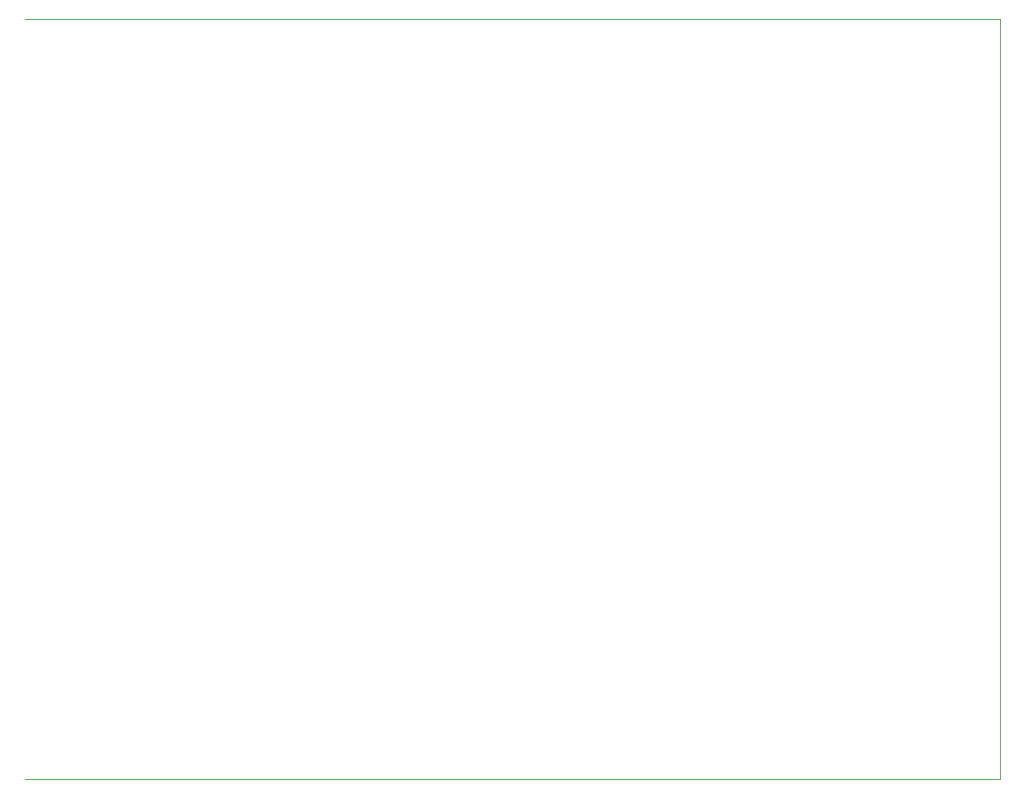
<source format=gbr>
From 16328e97230f0b991659d14151bc995274250b1c Mon Sep 17 00:00:00 2001
From: jaseg <git@jaseg.net>
Date: Thu, 20 Jul 2017 16:05:07 +0200
Subject: Second board revision

---
 hw/chibi/chibi_2024/gerbers/chibi_2024-Edge.Cuts.gbr | 6 +++---
 1 file changed, 3 insertions(+), 3 deletions(-)

(limited to 'hw/chibi/chibi_2024/gerbers/chibi_2024-Edge.Cuts.gbr')

diff --git a/hw/chibi/chibi_2024/gerbers/chibi_2024-Edge.Cuts.gbr b/hw/chibi/chibi_2024/gerbers/chibi_2024-Edge.Cuts.gbr
index 5851ff3..0bbb7cc 100644
--- a/hw/chibi/chibi_2024/gerbers/chibi_2024-Edge.Cuts.gbr
+++ b/hw/chibi/chibi_2024/gerbers/chibi_2024-Edge.Cuts.gbr
@@ -1,7 +1,7 @@
 G04 #@! TF.FileFunction,Profile,NP*
 %FSLAX46Y46*%
 G04 Gerber Fmt 4.6, Leading zero omitted, Abs format (unit mm)*
-G04 Created by KiCad (PCBNEW 4.0.4-1.fc24-product) date Wed May 17 21:12:50 2017*
+G04 Created by KiCad (PCBNEW 4.0.4-1.fc24-product) date Thu Jul 20 15:57:28 2017*
 %MOMM*%
 %LPD*%
 G01*
@@ -11,10 +11,10 @@ G04 APERTURE LIST*
 G04 APERTURE END LIST*
 D10*
 D11*
-X149000000Y-121750000D02*
-X149000000Y-43750000D01*
 X149000000Y-43750000D02*
 X49000000Y-43750000D01*
+X149000000Y-121750000D02*
+X149000000Y-43750000D01*
 X49000000Y-121750000D02*
 X149000000Y-121750000D01*
 X49000000Y-43750000D02*
-- 
cgit 


</source>
